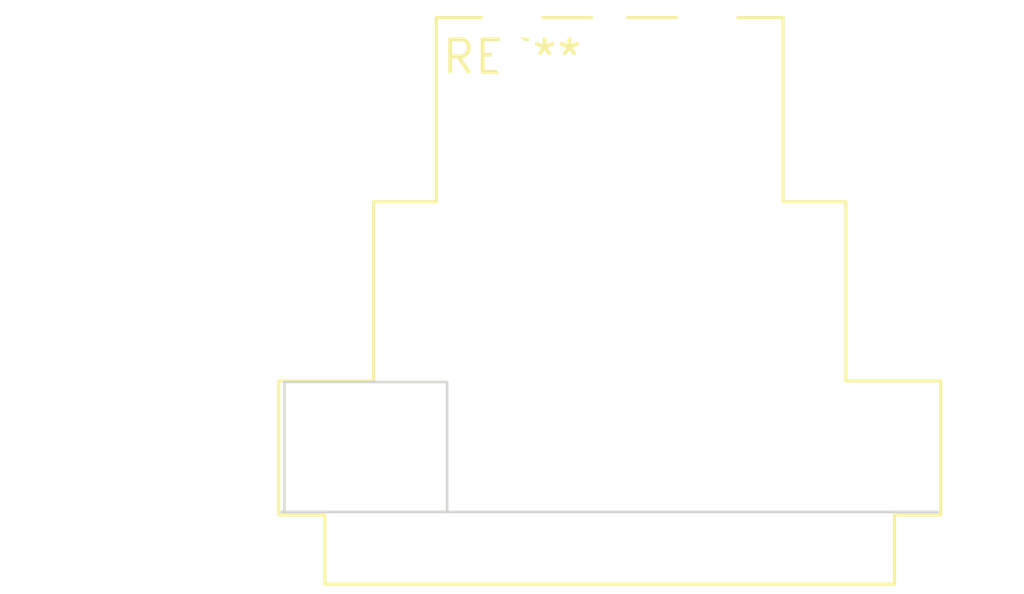
<source format=kicad_pcb>
(kicad_pcb (version 20240108) (generator pcbnew)
  (layers (0 "F.Cu" signal) (31 "B.Cu" signal) (34 "B.Paste" user) (35 "F.Paste" user) (36 "B.SilkS" user "B.Silkscreen") (37 "F.SilkS" user "F.Silkscreen") (38 "B.Mask" user) (39 "F.Mask" user) (44 "Edge.Cuts" user))
  (net 0 "")
  (footprint "Jack_XLR_Neutrik_NC3MBHL-B_Horizontal" (layer "F.Cu") (at 0 0)
    (property "Reference" "REF**")
    (property "Value" "Jack_XLR_Neutrik_NC3MBHL-B_Horizontal")
    (fp_line (start -9.11 12.66) (end -5.41 12.66) (layer "F.SilkS") (stroke (width 0.12)))
    (fp_line (start -9.11 17.9) (end -9.11 12.66) (layer "F.SilkS") (stroke (width 0.12)))
    (fp_line (start -7.31 17.9) (end -9.11 17.9) (layer "F.SilkS") (stroke (width 0.12)))
    (fp_line (start -7.31 17.9) (end -7.31 20.6) (layer "F.SilkS") (stroke (width 0.12)))
    (fp_line (start -5.41 12.66) (end -5.41 5.66) (layer "F.SilkS") (stroke (width 0.12)))
    (fp_line (start -2.96 5.66) (end -5.41 5.66) (layer "F.SilkS") (stroke (width 0.12)))
    (fp_line (start -2.96 5.66) (end -2.96 -1.54) (layer "F.SilkS") (stroke (width 0.12)))
    (fp_line (start -1.19 -1.54) (end -2.96 -1.54) (layer "F.SilkS") (stroke (width 0.12)))
    (fp_line (start 3.11 -1.54) (end 1.21 -1.54) (layer "F.SilkS") (stroke (width 0.12)))
    (fp_line (start 3.11 -1.54) (end 1.21 -1.54) (layer "F.SilkS") (stroke (width 0.12)))
    (fp_line (start 4.51 -1.54) (end 6.41 -1.54) (layer "F.SilkS") (stroke (width 0.12)))
    (fp_line (start 4.51 -1.54) (end 6.41 -1.54) (layer "F.SilkS") (stroke (width 0.12)))
    (fp_line (start 10.58 -1.54) (end 8.81 -1.54) (layer "F.SilkS") (stroke (width 0.12)))
    (fp_line (start 10.58 5.66) (end 10.58 -1.54) (layer "F.SilkS") (stroke (width 0.12)))
    (fp_line (start 10.58 5.66) (end 13.03 5.66) (layer "F.SilkS") (stroke (width 0.12)))
    (fp_line (start 13.03 12.66) (end 13.03 5.66) (layer "F.SilkS") (stroke (width 0.12)))
    (fp_line (start 13.03 12.66) (end 16.73 12.66) (layer "F.SilkS") (stroke (width 0.12)))
    (fp_line (start 14.93 17.9) (end 14.93 20.6) (layer "F.SilkS") (stroke (width 0.12)))
    (fp_line (start 14.93 20.6) (end -7.31 20.6) (layer "F.SilkS") (stroke (width 0.12)))
    (fp_line (start 16.73 17.9) (end 14.93 17.9) (layer "F.SilkS") (stroke (width 0.12)))
    (fp_line (start 16.73 17.9) (end 16.73 12.66) (layer "F.SilkS") (stroke (width 0.12)))
    (fp_line (start -8.89 12.7) (end -8.89 17.78) (layer "Edge.Cuts") (stroke (width 0.1)))
    (fp_line (start -2.54 12.7) (end -8.89 12.7) (layer "Edge.Cuts") (stroke (width 0.1)))
    (fp_line (start -2.54 17.78) (end -2.54 12.7) (layer "Edge.Cuts") (stroke (width 0.1)))
    (fp_line (start 16.61 17.78) (end -8.99 17.78) (layer "Edge.Cuts") (stroke (width 0.1)))
    (pad "" np_thru_hole circle (at 3.81 9.52) (size 1.2 1.2) (drill 1.2) (layers *.Cu *.Mask))
    (pad "1" thru_hole circle (at 0 0) (size 3.4 3.4) (drill 1.6) (layers *.Cu *.Mask) (remove_unused_layers))
    (pad "2" thru_hole circle (at 3.81 0) (size 2.9 2.9) (drill 1.2) (layers *.Cu *.Mask) (remove_unused_layers))
    (pad "3" thru_hole circle (at 7.62 0) (size 3.4 3.4) (drill 1.6) (layers *.Cu *.Mask) (remove_unused_layers))
    (pad "G" thru_hole circle (at 3.81 3.81) (size 2.9 2.9) (drill 1.2) (layers *.Cu *.Mask) (remove_unused_layers))
  )
)
</source>
